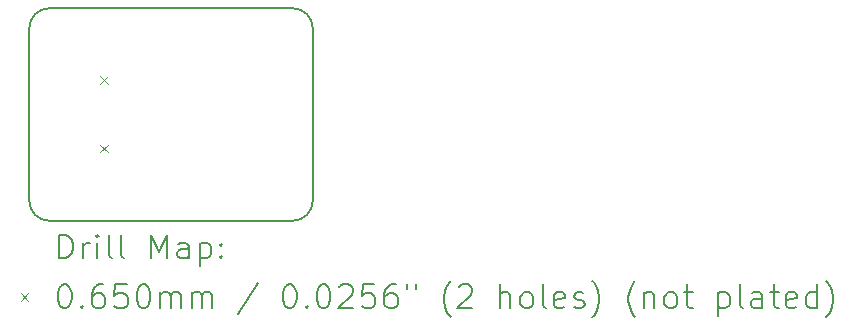
<source format=gbr>
%TF.GenerationSoftware,KiCad,Pcbnew,7.0.8-7.0.8~ubuntu22.04.1*%
%TF.CreationDate,2023-10-30T09:28:17+01:00*%
%TF.ProjectId,usb2serial-autovtg,75736232-7365-4726-9961-6c2d6175746f,rev?*%
%TF.SameCoordinates,Original*%
%TF.FileFunction,Drillmap*%
%TF.FilePolarity,Positive*%
%FSLAX45Y45*%
G04 Gerber Fmt 4.5, Leading zero omitted, Abs format (unit mm)*
G04 Created by KiCad (PCBNEW 7.0.8-7.0.8~ubuntu22.04.1) date 2023-10-30 09:28:17*
%MOMM*%
%LPD*%
G01*
G04 APERTURE LIST*
%ADD10C,0.150000*%
%ADD11C,0.200000*%
%ADD12C,0.065000*%
G04 APERTURE END LIST*
D10*
X15630000Y-8600000D02*
X13570000Y-8600000D01*
X13570000Y-6800000D02*
X15630000Y-6800000D01*
X15630000Y-8600000D02*
G75*
G03*
X15800000Y-8430000I0J170000D01*
G01*
X13400000Y-8430000D02*
X13400000Y-6970000D01*
X13570000Y-6800000D02*
G75*
G03*
X13400000Y-6970000I0J-170000D01*
G01*
X15800000Y-6970000D02*
G75*
G03*
X15630000Y-6800000I-170000J0D01*
G01*
X13400000Y-8430000D02*
G75*
G03*
X13570000Y-8600000I170000J0D01*
G01*
X15800000Y-6970000D02*
X15800000Y-8430000D01*
D11*
D12*
X13998000Y-7378500D02*
X14063000Y-7443500D01*
X14063000Y-7378500D02*
X13998000Y-7443500D01*
X13998000Y-7956500D02*
X14063000Y-8021500D01*
X14063000Y-7956500D02*
X13998000Y-8021500D01*
D11*
X13653277Y-8918984D02*
X13653277Y-8718984D01*
X13653277Y-8718984D02*
X13700896Y-8718984D01*
X13700896Y-8718984D02*
X13729467Y-8728508D01*
X13729467Y-8728508D02*
X13748515Y-8747555D01*
X13748515Y-8747555D02*
X13758039Y-8766603D01*
X13758039Y-8766603D02*
X13767562Y-8804698D01*
X13767562Y-8804698D02*
X13767562Y-8833270D01*
X13767562Y-8833270D02*
X13758039Y-8871365D01*
X13758039Y-8871365D02*
X13748515Y-8890412D01*
X13748515Y-8890412D02*
X13729467Y-8909460D01*
X13729467Y-8909460D02*
X13700896Y-8918984D01*
X13700896Y-8918984D02*
X13653277Y-8918984D01*
X13853277Y-8918984D02*
X13853277Y-8785650D01*
X13853277Y-8823746D02*
X13862801Y-8804698D01*
X13862801Y-8804698D02*
X13872324Y-8795174D01*
X13872324Y-8795174D02*
X13891372Y-8785650D01*
X13891372Y-8785650D02*
X13910420Y-8785650D01*
X13977086Y-8918984D02*
X13977086Y-8785650D01*
X13977086Y-8718984D02*
X13967562Y-8728508D01*
X13967562Y-8728508D02*
X13977086Y-8738031D01*
X13977086Y-8738031D02*
X13986610Y-8728508D01*
X13986610Y-8728508D02*
X13977086Y-8718984D01*
X13977086Y-8718984D02*
X13977086Y-8738031D01*
X14100896Y-8918984D02*
X14081848Y-8909460D01*
X14081848Y-8909460D02*
X14072324Y-8890412D01*
X14072324Y-8890412D02*
X14072324Y-8718984D01*
X14205658Y-8918984D02*
X14186610Y-8909460D01*
X14186610Y-8909460D02*
X14177086Y-8890412D01*
X14177086Y-8890412D02*
X14177086Y-8718984D01*
X14434229Y-8918984D02*
X14434229Y-8718984D01*
X14434229Y-8718984D02*
X14500896Y-8861841D01*
X14500896Y-8861841D02*
X14567562Y-8718984D01*
X14567562Y-8718984D02*
X14567562Y-8918984D01*
X14748515Y-8918984D02*
X14748515Y-8814222D01*
X14748515Y-8814222D02*
X14738991Y-8795174D01*
X14738991Y-8795174D02*
X14719943Y-8785650D01*
X14719943Y-8785650D02*
X14681848Y-8785650D01*
X14681848Y-8785650D02*
X14662801Y-8795174D01*
X14748515Y-8909460D02*
X14729467Y-8918984D01*
X14729467Y-8918984D02*
X14681848Y-8918984D01*
X14681848Y-8918984D02*
X14662801Y-8909460D01*
X14662801Y-8909460D02*
X14653277Y-8890412D01*
X14653277Y-8890412D02*
X14653277Y-8871365D01*
X14653277Y-8871365D02*
X14662801Y-8852317D01*
X14662801Y-8852317D02*
X14681848Y-8842793D01*
X14681848Y-8842793D02*
X14729467Y-8842793D01*
X14729467Y-8842793D02*
X14748515Y-8833270D01*
X14843753Y-8785650D02*
X14843753Y-8985650D01*
X14843753Y-8795174D02*
X14862801Y-8785650D01*
X14862801Y-8785650D02*
X14900896Y-8785650D01*
X14900896Y-8785650D02*
X14919943Y-8795174D01*
X14919943Y-8795174D02*
X14929467Y-8804698D01*
X14929467Y-8804698D02*
X14938991Y-8823746D01*
X14938991Y-8823746D02*
X14938991Y-8880889D01*
X14938991Y-8880889D02*
X14929467Y-8899936D01*
X14929467Y-8899936D02*
X14919943Y-8909460D01*
X14919943Y-8909460D02*
X14900896Y-8918984D01*
X14900896Y-8918984D02*
X14862801Y-8918984D01*
X14862801Y-8918984D02*
X14843753Y-8909460D01*
X15024705Y-8899936D02*
X15034229Y-8909460D01*
X15034229Y-8909460D02*
X15024705Y-8918984D01*
X15024705Y-8918984D02*
X15015182Y-8909460D01*
X15015182Y-8909460D02*
X15024705Y-8899936D01*
X15024705Y-8899936D02*
X15024705Y-8918984D01*
X15024705Y-8795174D02*
X15034229Y-8804698D01*
X15034229Y-8804698D02*
X15024705Y-8814222D01*
X15024705Y-8814222D02*
X15015182Y-8804698D01*
X15015182Y-8804698D02*
X15024705Y-8795174D01*
X15024705Y-8795174D02*
X15024705Y-8814222D01*
D12*
X13327500Y-9215000D02*
X13392500Y-9280000D01*
X13392500Y-9215000D02*
X13327500Y-9280000D01*
D11*
X13691372Y-9138984D02*
X13710420Y-9138984D01*
X13710420Y-9138984D02*
X13729467Y-9148508D01*
X13729467Y-9148508D02*
X13738991Y-9158031D01*
X13738991Y-9158031D02*
X13748515Y-9177079D01*
X13748515Y-9177079D02*
X13758039Y-9215174D01*
X13758039Y-9215174D02*
X13758039Y-9262793D01*
X13758039Y-9262793D02*
X13748515Y-9300889D01*
X13748515Y-9300889D02*
X13738991Y-9319936D01*
X13738991Y-9319936D02*
X13729467Y-9329460D01*
X13729467Y-9329460D02*
X13710420Y-9338984D01*
X13710420Y-9338984D02*
X13691372Y-9338984D01*
X13691372Y-9338984D02*
X13672324Y-9329460D01*
X13672324Y-9329460D02*
X13662801Y-9319936D01*
X13662801Y-9319936D02*
X13653277Y-9300889D01*
X13653277Y-9300889D02*
X13643753Y-9262793D01*
X13643753Y-9262793D02*
X13643753Y-9215174D01*
X13643753Y-9215174D02*
X13653277Y-9177079D01*
X13653277Y-9177079D02*
X13662801Y-9158031D01*
X13662801Y-9158031D02*
X13672324Y-9148508D01*
X13672324Y-9148508D02*
X13691372Y-9138984D01*
X13843753Y-9319936D02*
X13853277Y-9329460D01*
X13853277Y-9329460D02*
X13843753Y-9338984D01*
X13843753Y-9338984D02*
X13834229Y-9329460D01*
X13834229Y-9329460D02*
X13843753Y-9319936D01*
X13843753Y-9319936D02*
X13843753Y-9338984D01*
X14024705Y-9138984D02*
X13986610Y-9138984D01*
X13986610Y-9138984D02*
X13967562Y-9148508D01*
X13967562Y-9148508D02*
X13958039Y-9158031D01*
X13958039Y-9158031D02*
X13938991Y-9186603D01*
X13938991Y-9186603D02*
X13929467Y-9224698D01*
X13929467Y-9224698D02*
X13929467Y-9300889D01*
X13929467Y-9300889D02*
X13938991Y-9319936D01*
X13938991Y-9319936D02*
X13948515Y-9329460D01*
X13948515Y-9329460D02*
X13967562Y-9338984D01*
X13967562Y-9338984D02*
X14005658Y-9338984D01*
X14005658Y-9338984D02*
X14024705Y-9329460D01*
X14024705Y-9329460D02*
X14034229Y-9319936D01*
X14034229Y-9319936D02*
X14043753Y-9300889D01*
X14043753Y-9300889D02*
X14043753Y-9253270D01*
X14043753Y-9253270D02*
X14034229Y-9234222D01*
X14034229Y-9234222D02*
X14024705Y-9224698D01*
X14024705Y-9224698D02*
X14005658Y-9215174D01*
X14005658Y-9215174D02*
X13967562Y-9215174D01*
X13967562Y-9215174D02*
X13948515Y-9224698D01*
X13948515Y-9224698D02*
X13938991Y-9234222D01*
X13938991Y-9234222D02*
X13929467Y-9253270D01*
X14224705Y-9138984D02*
X14129467Y-9138984D01*
X14129467Y-9138984D02*
X14119943Y-9234222D01*
X14119943Y-9234222D02*
X14129467Y-9224698D01*
X14129467Y-9224698D02*
X14148515Y-9215174D01*
X14148515Y-9215174D02*
X14196134Y-9215174D01*
X14196134Y-9215174D02*
X14215182Y-9224698D01*
X14215182Y-9224698D02*
X14224705Y-9234222D01*
X14224705Y-9234222D02*
X14234229Y-9253270D01*
X14234229Y-9253270D02*
X14234229Y-9300889D01*
X14234229Y-9300889D02*
X14224705Y-9319936D01*
X14224705Y-9319936D02*
X14215182Y-9329460D01*
X14215182Y-9329460D02*
X14196134Y-9338984D01*
X14196134Y-9338984D02*
X14148515Y-9338984D01*
X14148515Y-9338984D02*
X14129467Y-9329460D01*
X14129467Y-9329460D02*
X14119943Y-9319936D01*
X14358039Y-9138984D02*
X14377086Y-9138984D01*
X14377086Y-9138984D02*
X14396134Y-9148508D01*
X14396134Y-9148508D02*
X14405658Y-9158031D01*
X14405658Y-9158031D02*
X14415182Y-9177079D01*
X14415182Y-9177079D02*
X14424705Y-9215174D01*
X14424705Y-9215174D02*
X14424705Y-9262793D01*
X14424705Y-9262793D02*
X14415182Y-9300889D01*
X14415182Y-9300889D02*
X14405658Y-9319936D01*
X14405658Y-9319936D02*
X14396134Y-9329460D01*
X14396134Y-9329460D02*
X14377086Y-9338984D01*
X14377086Y-9338984D02*
X14358039Y-9338984D01*
X14358039Y-9338984D02*
X14338991Y-9329460D01*
X14338991Y-9329460D02*
X14329467Y-9319936D01*
X14329467Y-9319936D02*
X14319943Y-9300889D01*
X14319943Y-9300889D02*
X14310420Y-9262793D01*
X14310420Y-9262793D02*
X14310420Y-9215174D01*
X14310420Y-9215174D02*
X14319943Y-9177079D01*
X14319943Y-9177079D02*
X14329467Y-9158031D01*
X14329467Y-9158031D02*
X14338991Y-9148508D01*
X14338991Y-9148508D02*
X14358039Y-9138984D01*
X14510420Y-9338984D02*
X14510420Y-9205650D01*
X14510420Y-9224698D02*
X14519943Y-9215174D01*
X14519943Y-9215174D02*
X14538991Y-9205650D01*
X14538991Y-9205650D02*
X14567563Y-9205650D01*
X14567563Y-9205650D02*
X14586610Y-9215174D01*
X14586610Y-9215174D02*
X14596134Y-9234222D01*
X14596134Y-9234222D02*
X14596134Y-9338984D01*
X14596134Y-9234222D02*
X14605658Y-9215174D01*
X14605658Y-9215174D02*
X14624705Y-9205650D01*
X14624705Y-9205650D02*
X14653277Y-9205650D01*
X14653277Y-9205650D02*
X14672324Y-9215174D01*
X14672324Y-9215174D02*
X14681848Y-9234222D01*
X14681848Y-9234222D02*
X14681848Y-9338984D01*
X14777086Y-9338984D02*
X14777086Y-9205650D01*
X14777086Y-9224698D02*
X14786610Y-9215174D01*
X14786610Y-9215174D02*
X14805658Y-9205650D01*
X14805658Y-9205650D02*
X14834229Y-9205650D01*
X14834229Y-9205650D02*
X14853277Y-9215174D01*
X14853277Y-9215174D02*
X14862801Y-9234222D01*
X14862801Y-9234222D02*
X14862801Y-9338984D01*
X14862801Y-9234222D02*
X14872324Y-9215174D01*
X14872324Y-9215174D02*
X14891372Y-9205650D01*
X14891372Y-9205650D02*
X14919943Y-9205650D01*
X14919943Y-9205650D02*
X14938991Y-9215174D01*
X14938991Y-9215174D02*
X14948515Y-9234222D01*
X14948515Y-9234222D02*
X14948515Y-9338984D01*
X15338991Y-9129460D02*
X15167563Y-9386603D01*
X15596134Y-9138984D02*
X15615182Y-9138984D01*
X15615182Y-9138984D02*
X15634229Y-9148508D01*
X15634229Y-9148508D02*
X15643753Y-9158031D01*
X15643753Y-9158031D02*
X15653277Y-9177079D01*
X15653277Y-9177079D02*
X15662801Y-9215174D01*
X15662801Y-9215174D02*
X15662801Y-9262793D01*
X15662801Y-9262793D02*
X15653277Y-9300889D01*
X15653277Y-9300889D02*
X15643753Y-9319936D01*
X15643753Y-9319936D02*
X15634229Y-9329460D01*
X15634229Y-9329460D02*
X15615182Y-9338984D01*
X15615182Y-9338984D02*
X15596134Y-9338984D01*
X15596134Y-9338984D02*
X15577086Y-9329460D01*
X15577086Y-9329460D02*
X15567563Y-9319936D01*
X15567563Y-9319936D02*
X15558039Y-9300889D01*
X15558039Y-9300889D02*
X15548515Y-9262793D01*
X15548515Y-9262793D02*
X15548515Y-9215174D01*
X15548515Y-9215174D02*
X15558039Y-9177079D01*
X15558039Y-9177079D02*
X15567563Y-9158031D01*
X15567563Y-9158031D02*
X15577086Y-9148508D01*
X15577086Y-9148508D02*
X15596134Y-9138984D01*
X15748515Y-9319936D02*
X15758039Y-9329460D01*
X15758039Y-9329460D02*
X15748515Y-9338984D01*
X15748515Y-9338984D02*
X15738991Y-9329460D01*
X15738991Y-9329460D02*
X15748515Y-9319936D01*
X15748515Y-9319936D02*
X15748515Y-9338984D01*
X15881848Y-9138984D02*
X15900896Y-9138984D01*
X15900896Y-9138984D02*
X15919944Y-9148508D01*
X15919944Y-9148508D02*
X15929467Y-9158031D01*
X15929467Y-9158031D02*
X15938991Y-9177079D01*
X15938991Y-9177079D02*
X15948515Y-9215174D01*
X15948515Y-9215174D02*
X15948515Y-9262793D01*
X15948515Y-9262793D02*
X15938991Y-9300889D01*
X15938991Y-9300889D02*
X15929467Y-9319936D01*
X15929467Y-9319936D02*
X15919944Y-9329460D01*
X15919944Y-9329460D02*
X15900896Y-9338984D01*
X15900896Y-9338984D02*
X15881848Y-9338984D01*
X15881848Y-9338984D02*
X15862801Y-9329460D01*
X15862801Y-9329460D02*
X15853277Y-9319936D01*
X15853277Y-9319936D02*
X15843753Y-9300889D01*
X15843753Y-9300889D02*
X15834229Y-9262793D01*
X15834229Y-9262793D02*
X15834229Y-9215174D01*
X15834229Y-9215174D02*
X15843753Y-9177079D01*
X15843753Y-9177079D02*
X15853277Y-9158031D01*
X15853277Y-9158031D02*
X15862801Y-9148508D01*
X15862801Y-9148508D02*
X15881848Y-9138984D01*
X16024706Y-9158031D02*
X16034229Y-9148508D01*
X16034229Y-9148508D02*
X16053277Y-9138984D01*
X16053277Y-9138984D02*
X16100896Y-9138984D01*
X16100896Y-9138984D02*
X16119944Y-9148508D01*
X16119944Y-9148508D02*
X16129467Y-9158031D01*
X16129467Y-9158031D02*
X16138991Y-9177079D01*
X16138991Y-9177079D02*
X16138991Y-9196127D01*
X16138991Y-9196127D02*
X16129467Y-9224698D01*
X16129467Y-9224698D02*
X16015182Y-9338984D01*
X16015182Y-9338984D02*
X16138991Y-9338984D01*
X16319944Y-9138984D02*
X16224706Y-9138984D01*
X16224706Y-9138984D02*
X16215182Y-9234222D01*
X16215182Y-9234222D02*
X16224706Y-9224698D01*
X16224706Y-9224698D02*
X16243753Y-9215174D01*
X16243753Y-9215174D02*
X16291372Y-9215174D01*
X16291372Y-9215174D02*
X16310420Y-9224698D01*
X16310420Y-9224698D02*
X16319944Y-9234222D01*
X16319944Y-9234222D02*
X16329467Y-9253270D01*
X16329467Y-9253270D02*
X16329467Y-9300889D01*
X16329467Y-9300889D02*
X16319944Y-9319936D01*
X16319944Y-9319936D02*
X16310420Y-9329460D01*
X16310420Y-9329460D02*
X16291372Y-9338984D01*
X16291372Y-9338984D02*
X16243753Y-9338984D01*
X16243753Y-9338984D02*
X16224706Y-9329460D01*
X16224706Y-9329460D02*
X16215182Y-9319936D01*
X16500896Y-9138984D02*
X16462801Y-9138984D01*
X16462801Y-9138984D02*
X16443753Y-9148508D01*
X16443753Y-9148508D02*
X16434229Y-9158031D01*
X16434229Y-9158031D02*
X16415182Y-9186603D01*
X16415182Y-9186603D02*
X16405658Y-9224698D01*
X16405658Y-9224698D02*
X16405658Y-9300889D01*
X16405658Y-9300889D02*
X16415182Y-9319936D01*
X16415182Y-9319936D02*
X16424706Y-9329460D01*
X16424706Y-9329460D02*
X16443753Y-9338984D01*
X16443753Y-9338984D02*
X16481848Y-9338984D01*
X16481848Y-9338984D02*
X16500896Y-9329460D01*
X16500896Y-9329460D02*
X16510420Y-9319936D01*
X16510420Y-9319936D02*
X16519944Y-9300889D01*
X16519944Y-9300889D02*
X16519944Y-9253270D01*
X16519944Y-9253270D02*
X16510420Y-9234222D01*
X16510420Y-9234222D02*
X16500896Y-9224698D01*
X16500896Y-9224698D02*
X16481848Y-9215174D01*
X16481848Y-9215174D02*
X16443753Y-9215174D01*
X16443753Y-9215174D02*
X16424706Y-9224698D01*
X16424706Y-9224698D02*
X16415182Y-9234222D01*
X16415182Y-9234222D02*
X16405658Y-9253270D01*
X16596134Y-9138984D02*
X16596134Y-9177079D01*
X16672325Y-9138984D02*
X16672325Y-9177079D01*
X16967563Y-9415174D02*
X16958039Y-9405650D01*
X16958039Y-9405650D02*
X16938991Y-9377079D01*
X16938991Y-9377079D02*
X16929468Y-9358031D01*
X16929468Y-9358031D02*
X16919944Y-9329460D01*
X16919944Y-9329460D02*
X16910420Y-9281841D01*
X16910420Y-9281841D02*
X16910420Y-9243746D01*
X16910420Y-9243746D02*
X16919944Y-9196127D01*
X16919944Y-9196127D02*
X16929468Y-9167555D01*
X16929468Y-9167555D02*
X16938991Y-9148508D01*
X16938991Y-9148508D02*
X16958039Y-9119936D01*
X16958039Y-9119936D02*
X16967563Y-9110412D01*
X17034230Y-9158031D02*
X17043753Y-9148508D01*
X17043753Y-9148508D02*
X17062801Y-9138984D01*
X17062801Y-9138984D02*
X17110420Y-9138984D01*
X17110420Y-9138984D02*
X17129468Y-9148508D01*
X17129468Y-9148508D02*
X17138991Y-9158031D01*
X17138991Y-9158031D02*
X17148515Y-9177079D01*
X17148515Y-9177079D02*
X17148515Y-9196127D01*
X17148515Y-9196127D02*
X17138991Y-9224698D01*
X17138991Y-9224698D02*
X17024706Y-9338984D01*
X17024706Y-9338984D02*
X17148515Y-9338984D01*
X17386611Y-9338984D02*
X17386611Y-9138984D01*
X17472325Y-9338984D02*
X17472325Y-9234222D01*
X17472325Y-9234222D02*
X17462801Y-9215174D01*
X17462801Y-9215174D02*
X17443753Y-9205650D01*
X17443753Y-9205650D02*
X17415182Y-9205650D01*
X17415182Y-9205650D02*
X17396134Y-9215174D01*
X17396134Y-9215174D02*
X17386611Y-9224698D01*
X17596134Y-9338984D02*
X17577087Y-9329460D01*
X17577087Y-9329460D02*
X17567563Y-9319936D01*
X17567563Y-9319936D02*
X17558039Y-9300889D01*
X17558039Y-9300889D02*
X17558039Y-9243746D01*
X17558039Y-9243746D02*
X17567563Y-9224698D01*
X17567563Y-9224698D02*
X17577087Y-9215174D01*
X17577087Y-9215174D02*
X17596134Y-9205650D01*
X17596134Y-9205650D02*
X17624706Y-9205650D01*
X17624706Y-9205650D02*
X17643753Y-9215174D01*
X17643753Y-9215174D02*
X17653277Y-9224698D01*
X17653277Y-9224698D02*
X17662801Y-9243746D01*
X17662801Y-9243746D02*
X17662801Y-9300889D01*
X17662801Y-9300889D02*
X17653277Y-9319936D01*
X17653277Y-9319936D02*
X17643753Y-9329460D01*
X17643753Y-9329460D02*
X17624706Y-9338984D01*
X17624706Y-9338984D02*
X17596134Y-9338984D01*
X17777087Y-9338984D02*
X17758039Y-9329460D01*
X17758039Y-9329460D02*
X17748515Y-9310412D01*
X17748515Y-9310412D02*
X17748515Y-9138984D01*
X17929468Y-9329460D02*
X17910420Y-9338984D01*
X17910420Y-9338984D02*
X17872325Y-9338984D01*
X17872325Y-9338984D02*
X17853277Y-9329460D01*
X17853277Y-9329460D02*
X17843753Y-9310412D01*
X17843753Y-9310412D02*
X17843753Y-9234222D01*
X17843753Y-9234222D02*
X17853277Y-9215174D01*
X17853277Y-9215174D02*
X17872325Y-9205650D01*
X17872325Y-9205650D02*
X17910420Y-9205650D01*
X17910420Y-9205650D02*
X17929468Y-9215174D01*
X17929468Y-9215174D02*
X17938992Y-9234222D01*
X17938992Y-9234222D02*
X17938992Y-9253270D01*
X17938992Y-9253270D02*
X17843753Y-9272317D01*
X18015182Y-9329460D02*
X18034230Y-9338984D01*
X18034230Y-9338984D02*
X18072325Y-9338984D01*
X18072325Y-9338984D02*
X18091373Y-9329460D01*
X18091373Y-9329460D02*
X18100896Y-9310412D01*
X18100896Y-9310412D02*
X18100896Y-9300889D01*
X18100896Y-9300889D02*
X18091373Y-9281841D01*
X18091373Y-9281841D02*
X18072325Y-9272317D01*
X18072325Y-9272317D02*
X18043753Y-9272317D01*
X18043753Y-9272317D02*
X18024706Y-9262793D01*
X18024706Y-9262793D02*
X18015182Y-9243746D01*
X18015182Y-9243746D02*
X18015182Y-9234222D01*
X18015182Y-9234222D02*
X18024706Y-9215174D01*
X18024706Y-9215174D02*
X18043753Y-9205650D01*
X18043753Y-9205650D02*
X18072325Y-9205650D01*
X18072325Y-9205650D02*
X18091373Y-9215174D01*
X18167563Y-9415174D02*
X18177087Y-9405650D01*
X18177087Y-9405650D02*
X18196134Y-9377079D01*
X18196134Y-9377079D02*
X18205658Y-9358031D01*
X18205658Y-9358031D02*
X18215182Y-9329460D01*
X18215182Y-9329460D02*
X18224706Y-9281841D01*
X18224706Y-9281841D02*
X18224706Y-9243746D01*
X18224706Y-9243746D02*
X18215182Y-9196127D01*
X18215182Y-9196127D02*
X18205658Y-9167555D01*
X18205658Y-9167555D02*
X18196134Y-9148508D01*
X18196134Y-9148508D02*
X18177087Y-9119936D01*
X18177087Y-9119936D02*
X18167563Y-9110412D01*
X18529468Y-9415174D02*
X18519944Y-9405650D01*
X18519944Y-9405650D02*
X18500896Y-9377079D01*
X18500896Y-9377079D02*
X18491373Y-9358031D01*
X18491373Y-9358031D02*
X18481849Y-9329460D01*
X18481849Y-9329460D02*
X18472325Y-9281841D01*
X18472325Y-9281841D02*
X18472325Y-9243746D01*
X18472325Y-9243746D02*
X18481849Y-9196127D01*
X18481849Y-9196127D02*
X18491373Y-9167555D01*
X18491373Y-9167555D02*
X18500896Y-9148508D01*
X18500896Y-9148508D02*
X18519944Y-9119936D01*
X18519944Y-9119936D02*
X18529468Y-9110412D01*
X18605658Y-9205650D02*
X18605658Y-9338984D01*
X18605658Y-9224698D02*
X18615182Y-9215174D01*
X18615182Y-9215174D02*
X18634230Y-9205650D01*
X18634230Y-9205650D02*
X18662801Y-9205650D01*
X18662801Y-9205650D02*
X18681849Y-9215174D01*
X18681849Y-9215174D02*
X18691373Y-9234222D01*
X18691373Y-9234222D02*
X18691373Y-9338984D01*
X18815182Y-9338984D02*
X18796134Y-9329460D01*
X18796134Y-9329460D02*
X18786611Y-9319936D01*
X18786611Y-9319936D02*
X18777087Y-9300889D01*
X18777087Y-9300889D02*
X18777087Y-9243746D01*
X18777087Y-9243746D02*
X18786611Y-9224698D01*
X18786611Y-9224698D02*
X18796134Y-9215174D01*
X18796134Y-9215174D02*
X18815182Y-9205650D01*
X18815182Y-9205650D02*
X18843754Y-9205650D01*
X18843754Y-9205650D02*
X18862801Y-9215174D01*
X18862801Y-9215174D02*
X18872325Y-9224698D01*
X18872325Y-9224698D02*
X18881849Y-9243746D01*
X18881849Y-9243746D02*
X18881849Y-9300889D01*
X18881849Y-9300889D02*
X18872325Y-9319936D01*
X18872325Y-9319936D02*
X18862801Y-9329460D01*
X18862801Y-9329460D02*
X18843754Y-9338984D01*
X18843754Y-9338984D02*
X18815182Y-9338984D01*
X18938992Y-9205650D02*
X19015182Y-9205650D01*
X18967563Y-9138984D02*
X18967563Y-9310412D01*
X18967563Y-9310412D02*
X18977087Y-9329460D01*
X18977087Y-9329460D02*
X18996134Y-9338984D01*
X18996134Y-9338984D02*
X19015182Y-9338984D01*
X19234230Y-9205650D02*
X19234230Y-9405650D01*
X19234230Y-9215174D02*
X19253277Y-9205650D01*
X19253277Y-9205650D02*
X19291373Y-9205650D01*
X19291373Y-9205650D02*
X19310420Y-9215174D01*
X19310420Y-9215174D02*
X19319944Y-9224698D01*
X19319944Y-9224698D02*
X19329468Y-9243746D01*
X19329468Y-9243746D02*
X19329468Y-9300889D01*
X19329468Y-9300889D02*
X19319944Y-9319936D01*
X19319944Y-9319936D02*
X19310420Y-9329460D01*
X19310420Y-9329460D02*
X19291373Y-9338984D01*
X19291373Y-9338984D02*
X19253277Y-9338984D01*
X19253277Y-9338984D02*
X19234230Y-9329460D01*
X19443754Y-9338984D02*
X19424706Y-9329460D01*
X19424706Y-9329460D02*
X19415182Y-9310412D01*
X19415182Y-9310412D02*
X19415182Y-9138984D01*
X19605658Y-9338984D02*
X19605658Y-9234222D01*
X19605658Y-9234222D02*
X19596135Y-9215174D01*
X19596135Y-9215174D02*
X19577087Y-9205650D01*
X19577087Y-9205650D02*
X19538992Y-9205650D01*
X19538992Y-9205650D02*
X19519944Y-9215174D01*
X19605658Y-9329460D02*
X19586611Y-9338984D01*
X19586611Y-9338984D02*
X19538992Y-9338984D01*
X19538992Y-9338984D02*
X19519944Y-9329460D01*
X19519944Y-9329460D02*
X19510420Y-9310412D01*
X19510420Y-9310412D02*
X19510420Y-9291365D01*
X19510420Y-9291365D02*
X19519944Y-9272317D01*
X19519944Y-9272317D02*
X19538992Y-9262793D01*
X19538992Y-9262793D02*
X19586611Y-9262793D01*
X19586611Y-9262793D02*
X19605658Y-9253270D01*
X19672325Y-9205650D02*
X19748515Y-9205650D01*
X19700896Y-9138984D02*
X19700896Y-9310412D01*
X19700896Y-9310412D02*
X19710420Y-9329460D01*
X19710420Y-9329460D02*
X19729468Y-9338984D01*
X19729468Y-9338984D02*
X19748515Y-9338984D01*
X19891373Y-9329460D02*
X19872325Y-9338984D01*
X19872325Y-9338984D02*
X19834230Y-9338984D01*
X19834230Y-9338984D02*
X19815182Y-9329460D01*
X19815182Y-9329460D02*
X19805658Y-9310412D01*
X19805658Y-9310412D02*
X19805658Y-9234222D01*
X19805658Y-9234222D02*
X19815182Y-9215174D01*
X19815182Y-9215174D02*
X19834230Y-9205650D01*
X19834230Y-9205650D02*
X19872325Y-9205650D01*
X19872325Y-9205650D02*
X19891373Y-9215174D01*
X19891373Y-9215174D02*
X19900896Y-9234222D01*
X19900896Y-9234222D02*
X19900896Y-9253270D01*
X19900896Y-9253270D02*
X19805658Y-9272317D01*
X20072325Y-9338984D02*
X20072325Y-9138984D01*
X20072325Y-9329460D02*
X20053277Y-9338984D01*
X20053277Y-9338984D02*
X20015182Y-9338984D01*
X20015182Y-9338984D02*
X19996135Y-9329460D01*
X19996135Y-9329460D02*
X19986611Y-9319936D01*
X19986611Y-9319936D02*
X19977087Y-9300889D01*
X19977087Y-9300889D02*
X19977087Y-9243746D01*
X19977087Y-9243746D02*
X19986611Y-9224698D01*
X19986611Y-9224698D02*
X19996135Y-9215174D01*
X19996135Y-9215174D02*
X20015182Y-9205650D01*
X20015182Y-9205650D02*
X20053277Y-9205650D01*
X20053277Y-9205650D02*
X20072325Y-9215174D01*
X20148516Y-9415174D02*
X20158039Y-9405650D01*
X20158039Y-9405650D02*
X20177087Y-9377079D01*
X20177087Y-9377079D02*
X20186611Y-9358031D01*
X20186611Y-9358031D02*
X20196135Y-9329460D01*
X20196135Y-9329460D02*
X20205658Y-9281841D01*
X20205658Y-9281841D02*
X20205658Y-9243746D01*
X20205658Y-9243746D02*
X20196135Y-9196127D01*
X20196135Y-9196127D02*
X20186611Y-9167555D01*
X20186611Y-9167555D02*
X20177087Y-9148508D01*
X20177087Y-9148508D02*
X20158039Y-9119936D01*
X20158039Y-9119936D02*
X20148516Y-9110412D01*
M02*

</source>
